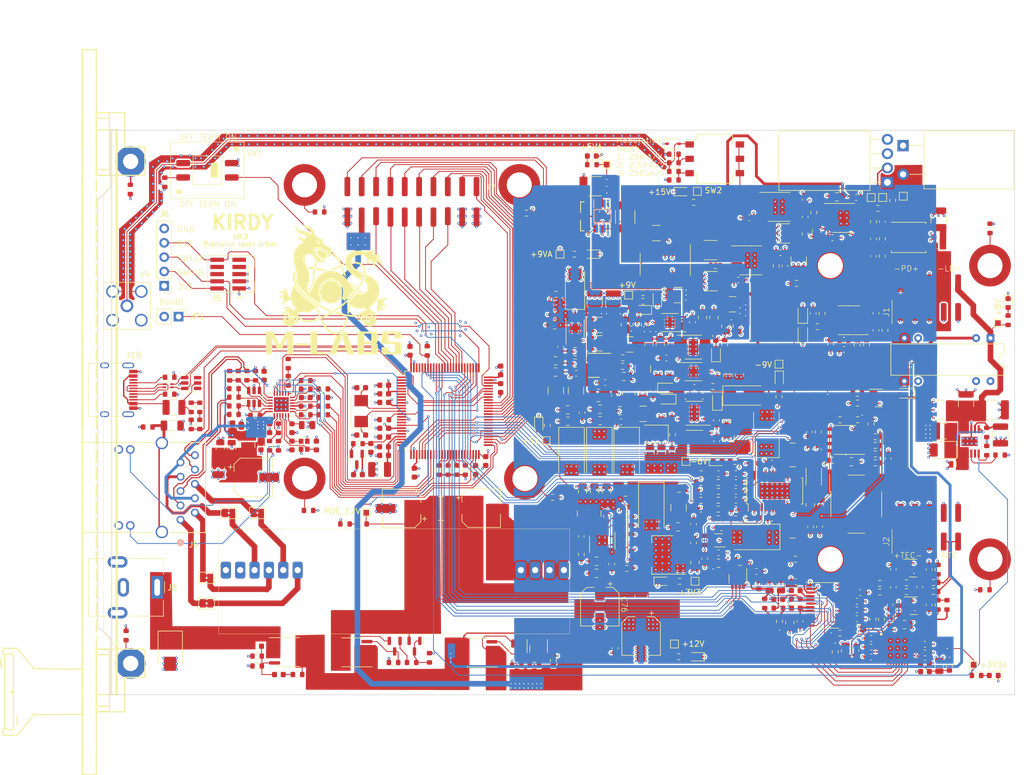
<source format=kicad_pcb>
(kicad_pcb (version 20221018) (generator pcbnew)

  (general
    (thickness 1.6)
  )

  (paper "A4")
  (layers
    (0 "F.Cu" jumper)
    (1 "In1.Cu" signal)
    (2 "In2.Cu" signal)
    (31 "B.Cu" signal)
    (32 "B.Adhes" user "B.Adhesive")
    (33 "F.Adhes" user "F.Adhesive")
    (34 "B.Paste" user)
    (35 "F.Paste" user)
    (36 "B.SilkS" user "B.Silkscreen")
    (37 "F.SilkS" user "F.Silkscreen")
    (38 "B.Mask" user)
    (39 "F.Mask" user)
    (40 "Dwgs.User" user "User.Drawings")
    (41 "Cmts.User" user "User.Comments")
    (42 "Eco1.User" user "User.Eco1")
    (43 "Eco2.User" user "User.Eco2")
    (44 "Edge.Cuts" user)
    (45 "Margin" user)
    (46 "B.CrtYd" user "B.Courtyard")
    (47 "F.CrtYd" user "F.Courtyard")
    (48 "B.Fab" user)
    (49 "F.Fab" user)
    (50 "User.1" user)
    (51 "User.2" user)
    (52 "User.3" user)
    (53 "User.4" user)
    (54 "User.5" user)
    (55 "User.6" user)
    (56 "User.7" user)
    (57 "User.8" user)
    (58 "User.9" user)
  )

  (setup
    (stackup
      (layer "F.SilkS" (type "Top Silk Screen"))
      (layer "F.Paste" (type "Top Solder Paste"))
      (layer "F.Mask" (type "Top Solder Mask") (thickness 0.01))
      (layer "F.Cu" (type "copper") (thickness 0.035))
      (layer "dielectric 1" (type "core") (thickness 0.48) (material "FR4") (epsilon_r 4.5) (loss_tangent 0.02))
      (layer "In1.Cu" (type "copper") (thickness 0.035))
      (layer "dielectric 2" (type "prepreg") (thickness 0.48) (material "FR4") (epsilon_r 4.5) (loss_tangent 0.02))
      (layer "In2.Cu" (type "copper") (thickness 0.035))
      (layer "dielectric 3" (type "core") (thickness 0.48) (material "FR4") (epsilon_r 4.5) (loss_tangent 0.02))
      (layer "B.Cu" (type "copper") (thickness 0.035))
      (layer "B.Mask" (type "Bottom Solder Mask") (thickness 0.01))
      (layer "B.Paste" (type "Bottom Solder Paste"))
      (layer "B.SilkS" (type "Bottom Silk Screen"))
      (copper_finish "ENIG")
      (dielectric_constraints no)
    )
    (pad_to_mask_clearance 0)
    (pcbplotparams
      (layerselection 0x00010fc_ffffffff)
      (plot_on_all_layers_selection 0x0000000_00000000)
      (disableapertmacros false)
      (usegerberextensions true)
      (usegerberattributes false)
      (usegerberadvancedattributes false)
      (creategerberjobfile true)
      (dashed_line_dash_ratio 12.000000)
      (dashed_line_gap_ratio 3.000000)
      (svgprecision 6)
      (plotframeref false)
      (viasonmask false)
      (mode 1)
      (useauxorigin false)
      (hpglpennumber 1)
      (hpglpenspeed 20)
      (hpglpendiameter 15.000000)
      (dxfpolygonmode true)
      (dxfimperialunits true)
      (dxfusepcbnewfont true)
      (psnegative false)
      (psa4output false)
      (plotreference false)
      (plotvalue false)
      (plotinvisibletext false)
      (sketchpadsonfab false)
      (subtractmaskfromsilk true)
      (outputformat 1)
      (mirror false)
      (drillshape 0)
      (scaleselection 1)
      (outputdirectory "gerbers")
    )
  )

  (net 0 "")
  (net 1 "+5VA")
  (net 2 "GND")
  (net 3 "Net-(U4-OUT)")
  (net 4 "Net-(U5--)")
  (net 5 "Net-(U3-VOUT_F)")
  (net 6 "Net-(C7-Pad2)")
  (net 7 "+9VA")
  (net 8 "-6V")
  (net 9 "+15V")
  (net 10 "Net-(U2-+)")
  (net 11 "Net-(U2--)")
  (net 12 "/MCU/PD_MON")
  (net 13 "Net-(C10-Pad1)")
  (net 14 "Net-(C10-Pad2)")
  (net 15 "Net-(C12-Pad1)")
  (net 16 "+3V3")
  (net 17 "Net-(U5-+)")
  (net 18 "Net-(Q2-G)")
  (net 19 "/MCU/VREF")
  (net 20 "+12V")
  (net 21 "Net-(C17-Pad2)")
  (net 22 "Net-(C24-Pad1)")
  (net 23 "Net-(C24-Pad2)")
  (net 24 "Net-(C27-Pad1)")
  (net 25 "/driveStage/PD_C")
  (net 26 "Net-(U7B-+)")
  (net 27 "-9V")
  (net 28 "IN")
  (net 29 "Net-(U9-VCAP_1)")
  (net 30 "Net-(U9-VCAP_2)")
  (net 31 "Net-(U9-PH0)")
  (net 32 "Net-(U9-PH1)")
  (net 33 "Net-(C51-Pad1)")
  (net 34 "/MCU/VDDA")
  (net 35 "Net-(U12-PGFB)")
  (net 36 "Net-(D5-A)")
  (net 37 "Net-(C81-Pad1)")
  (net 38 "Net-(D13-K)")
  (net 39 "Net-(U16-C+)")
  (net 40 "+9V")
  (net 41 "+8V")
  (net 42 "+3.3VA")
  (net 43 "/thermostat/DAC_REF")
  (net 44 "Net-(U16-C-)")
  (net 45 "Net-(D7-A)")
  (net 46 "Net-(D14-K)")
  (net 47 "/thermostat/MAXV")
  (net 48 "/thermostat/MAXIP")
  (net 49 "/thermostat/MAXIN")
  (net 50 "Net-(U11-EN{slash}UV)")
  (net 51 "Net-(U17-EN{slash}UV)")
  (net 52 "Net-(U13-EN{slash}UV)")
  (net 53 "/MCU/TEC_ISEN")
  (net 54 "Net-(U15-EN{slash}UV)")
  (net 55 "/thermostat/TEC_VREF")
  (net 56 "Net-(U14-EN{slash}UV)")
  (net 57 "Net-(U11-SET)")
  (net 58 "Net-(U17-SET)")
  (net 59 "+5V")
  (net 60 "Net-(U12-SET)")
  (net 61 "Net-(U13-SET)")
  (net 62 "Net-(U14-SET)")
  (net 63 "Net-(U15-SET)")
  (net 64 "Net-(C119-Pad1)")
  (net 65 "Net-(U19-CS)")
  (net 66 "Net-(U19-CTLI)")
  (net 67 "Net-(U19-OS2)")
  (net 68 "Net-(U19-COMP)")
  (net 69 "Net-(C132-Pad1)")
  (net 70 "Net-(U21-+)")
  (net 71 "Net-(C144-Pad2)")
  (net 72 "Net-(C145-Pad2)")
  (net 73 "/Ehternet/AVDDT_PHY")
  (net 74 "/Ehternet/ETH_SHIELD")
  (net 75 "Net-(U22-REFOUT)")
  (net 76 "Net-(C151-Pad2)")
  (net 77 "/MCU/RST")
  (net 78 "Net-(C152-Pad2)")
  (net 79 "/thermostat/TEC+")
  (net 80 "/thermostat/TEC-")
  (net 81 "Net-(U22-REGCAPD)")
  (net 82 "/MCU/USB_DP")
  (net 83 "/MCU/USB_DN")
  (net 84 "/MCU/SWDIO")
  (net 85 "/MCU/SWCLK")
  (net 86 "Net-(U22-REGCAPA)")
  (net 87 "/digital supply/+12V_Barrel_Jack")
  (net 88 "Net-(Q4-G)")
  (net 89 "Net-(U23-REGCAPA)")
  (net 90 "Net-(U23-REGCAPD)")
  (net 91 "Net-(Q3-G)")
  (net 92 "Net-(C176-Pad2)")
  (net 93 "Net-(C177-Pad1)")
  (net 94 "/driveStage/LD-")
  (net 95 "/thermostat/NTC+")
  (net 96 "/thermostat/NTC-")
  (net 97 "Net-(U26-BOOT)")
  (net 98 "Net-(C181-Pad2)")
  (net 99 "Net-(U26-VIN)")
  (net 100 "Net-(U25-VI)")
  (net 101 "Net-(FL2-Pad4)")
  (net 102 "Net-(FL2-Pad1)")
  (net 103 "Net-(C194-Pad1)")
  (net 104 "/MCU/PWM_MAXV")
  (net 105 "/MCU/PWM_MAXIP")
  (net 106 "/MCU/PWM_MAXIN")
  (net 107 "Net-(U26-SS{slash}TR)")
  (net 108 "Net-(U26-COMP)")
  (net 109 "Net-(C199-Pad1)")
  (net 110 "/MCU/TEC_VSEN")
  (net 111 "/Ehternet/POE_VC2-")
  (net 112 "/Ehternet/POE_VC1-")
  (net 113 "/MCU/POE_PWR_SRC")
  (net 114 "/Ehternet/RMII_RXD0")
  (net 115 "/Ehternet/POE_VC2+")
  (net 116 "/Ehternet/RMII_RXD1")
  (net 117 "/Ehternet/POE_VC1+")
  (net 118 "/Ehternet/RMII_CRS_DV")
  (net 119 "/Ehternet/RMII_REF_CLK")
  (net 120 "/Ehternet/RMII_MDIO")
  (net 121 "Net-(J9-Pad11)")
  (net 122 "/Ehternet/ETH_LED_1")
  (net 123 "Net-(J9-Pad13)")
  (net 124 "/Ehternet/PHY_TD_P")
  (net 125 "/Ehternet/PHY_TD_N")
  (net 126 "/Ehternet/PHY_RD_P")
  (net 127 "/Ehternet/PHY_RD_N")
  (net 128 "/Ehternet/ETH_LED_2")
  (net 129 "unconnected-(J10-SBU2-PadB8)")
  (net 130 "Net-(J10-CC2)")
  (net 131 "/MCU/USB_VBUS")
  (net 132 "/MCU/LDAC_LOAD")
  (net 133 "/MCU/LDAC_CLK")
  (net 134 "/MCU/LDAC_MOSI")
  (net 135 "/MCU/LDAC_CS")
  (net 136 "/MCU/TADC_SYNC")
  (net 137 "/MCU/TADC_MISO")
  (net 138 "/MCU/TDAC_MOSI")
  (net 139 "/MCU/TADC_CLK")
  (net 140 "/MCU/TDAC_CLK")
  (net 141 "/MCU/TADC_CS")
  (net 142 "/MCU/TDAC_SYNC")
  (net 143 "/MCU/TADC_MOSI")
  (net 144 "unconnected-(J10-SBU1-PadA8)")
  (net 145 "Net-(J10-CC1)")
  (net 146 "Net-(JP1-A)")
  (net 147 "Net-(JP2-B)")
  (net 148 "Net-(JP3-B)")
  (net 149 "Net-(JP4-B)")
  (net 150 "Net-(JP5-B)")
  (net 151 "Net-(U28-VDDCR)")
  (net 152 "Net-(Q9-E)")
  (net 153 "Net-(Q1-G)")
  (net 154 "Net-(Q2-S-Pad1)")
  (net 155 "Net-(U28-XTAL2)")
  (net 156 "Net-(Q5-G)")
  (net 157 "/Ehternet/RMII_MDC")
  (net 158 "/Ehternet/PHY_NRST")
  (net 159 "Net-(Q6-B)")
  (net 160 "Net-(Q7-B)")
  (net 161 "Net-(U28-XTAL1)")
  (net 162 "Net-(Q9-B)")
  (net 163 "Net-(D1-A)")
  (net 164 "/Ehternet/RMII_TX_EN")
  (net 165 "/Ehternet/RMII_TXD0")
  (net 166 "/Ehternet/RMII_TXD1")
  (net 167 "Net-(D2-A2)")
  (net 168 "Net-(D6-A)")
  (net 169 "Net-(D8-A)")
  (net 170 "Net-(D9-A)")
  (net 171 "Net-(D10-A)")
  (net 172 "Net-(FB10-Pad1)")
  (net 173 "Net-(U29-VBUS)")
  (net 174 "Net-(U19-OS1)")
  (net 175 "unconnected-(J5-Pin_6-Pad6)")
  (net 176 "Net-(U10-SET)")
  (net 177 "unconnected-(J5-Pin_7-Pad7)")
  (net 178 "Net-(U20B--)")
  (net 179 "unconnected-(J5-Pin_8-Pad8)")
  (net 180 "unconnected-(J5-Pin_9-Pad9)")
  (net 181 "Net-(L5-Pad1)")
  (net 182 "Net-(L6-Pad1)")
  (net 183 "unconnected-(K1-Pad14)")
  (net 184 "Net-(U20A-+)")
  (net 185 "Net-(U20A--)")
  (net 186 "Net-(Q8-B)")
  (net 187 "Net-(R10-Pad2)")
  (net 188 "Net-(R11-Pad2)")
  (net 189 "Net-(U1--)")
  (net 190 "Net-(R24-Pad2)")
  (net 191 "unconnected-(R24-Pad3)")
  (net 192 "Net-(U7B--)")
  (net 193 "Net-(U8-OUT)")
  (net 194 "Net-(U9-PE8)")
  (net 195 "Net-(U9-PE9)")
  (net 196 "Net-(U9-PE10)")
  (net 197 "Net-(U9-PE11)")
  (net 198 "Net-(R42-Pad1)")
  (net 199 "Net-(U12-ILIM)")
  (net 200 "Net-(U18-VFB)")
  (net 201 "Net-(R74-Pad2)")
  (net 202 "Net-(U21--)")
  (net 203 "Net-(U22-AIN0)")
  (net 204 "Net-(U22-AIN1)")
  (net 205 "Net-(U23-AIN0{slash}REF2-)")
  (net 206 "Net-(U23-AIN1{slash}REF2+)")
  (net 207 "/MCU/LD_EN")
  (net 208 "Net-(U26-EN)")
  (net 209 "Net-(U26-VSENSE)")
  (net 210 "Net-(U26-RT{slash}CLK)")
  (net 211 "Net-(U28-RXD0)")
  (net 212 "/MCU/TEC_~{SHDN}")
  (net 213 "/MCU/~{LD_SHORT}")
  (net 214 "Net-(U28-RXD1)")
  (net 215 "Net-(U28-CRS_DV)")
  (net 216 "Net-(U28-nINT)")
  (net 217 "Net-(U28-RXER)")
  (net 218 "Net-(U28-RBIAS)")
  (net 219 "Net-(R140-Pad2)")
  (net 220 "Net-(R141-Pad1)")
  (net 221 "Net-(U1-+)")
  (net 222 "Net-(U3-VOUT_S)")
  (net 223 "unconnected-(U4-RFB-Pad1)")
  (net 224 "12Vin")
  (net 225 "unconnected-(U4-NC-Pad9)")
  (net 226 "unconnected-(U4-INV-Pad13)")
  (net 227 "unconnected-(U9-PE2-Pad1)")
  (net 228 "unconnected-(U9-PE3-Pad2)")
  (net 229 "unconnected-(U9-PE4-Pad3)")
  (net 230 "unconnected-(U10-ILIM-Pad5)")
  (net 231 "unconnected-(U11-PG-Pad4)")
  (net 232 "unconnected-(U12-PG-Pad5)")
  (net 233 "unconnected-(U9-PE5-Pad4)")
  (net 234 "unconnected-(U9-PE6-Pad5)")
  (net 235 "unconnected-(U14-PG-Pad4)")
  (net 236 "unconnected-(U15-PG-Pad4)")
  (net 237 "unconnected-(U9-PC13-Pad7)")
  (net 238 "unconnected-(U9-PC14-Pad8)")
  (net 239 "unconnected-(U9-PC15-Pad9)")
  (net 240 "unconnected-(U9-PC0-Pad15)")
  (net 241 "unconnected-(U9-PC2-Pad17)")
  (net 242 "unconnected-(U9-PB2-Pad37)")
  (net 243 "unconnected-(U9-PE7-Pad38)")
  (net 244 "unconnected-(U9-PE12-Pad43)")
  (net 245 "unconnected-(U9-PE13-Pad44)")
  (net 246 "unconnected-(U9-PE14-Pad45)")
  (net 247 "unconnected-(U9-PE15-Pad46)")
  (net 248 "unconnected-(U9-PA8-Pad67)")
  (net 249 "unconnected-(U9-PA10-Pad69)")
  (net 250 "unconnected-(U9-PB9-Pad96)")
  (net 251 "unconnected-(U9-PE0-Pad97)")
  (net 252 "unconnected-(U9-PE1-Pad98)")
  (net 253 "unconnected-(U13-PG-Pad5)")
  (net 254 "unconnected-(U15-VIOC-Pad7)")
  (net 255 "unconnected-(U16-NC-Pad1)")
  (net 256 "unconnected-(U16-NC-Pad3)")
  (net 257 "unconnected-(U16-NC-Pad6)")
  (net 258 "unconnected-(U16-NC-Pad7)")
  (net 259 "unconnected-(U16-NC-Pad12)")
  (net 260 "unconnected-(U17-PG-Pad4)")
  (net 261 "Net-(U19-ITEC)")
  (net 262 "unconnected-(U22-XTAL1-Pad9)")
  (net 263 "unconnected-(U22-XTAL2{slash}CLKIO-Pad10)")
  (net 264 "/Ehternet/RJ45_RD_N")
  (net 265 "/Ehternet/RJ45_RD_P")
  (net 266 "/Ehternet/RJ45_TD_N")
  (net 267 "/Ehternet/RJ45_TD_P")
  (net 268 "/thermostat/ADC1_REF")
  (net 269 "/thermostat/ADC1_A3V3")
  (net 270 "/thermostat/ADC1_D3V3")
  (net 271 "/thermostat/ADC2_D3V3")
  (net 272 "/thermostat/ADC2_A3V3")
  (net 273 "/thermostat/ADC2_REF")
  (net 274 "unconnected-(U22-GPIO0-Pad19)")
  (net 275 "unconnected-(U22-GPIO1-Pad20)")
  (net 276 "Net-(C126-Pad1)")
  (net 277 "unconnected-(U23-DNC-Pad3)")
  (net 278 "unconnected-(U23-PDSW-Pad8)")
  (net 279 "unconnected-(U23-XTAL1-Pad9)")
  (net 280 "unconnected-(U23-XTAL2{slash}CLKIO-Pad10)")
  (net 281 "unconnected-(U23-~{ERROR}-Pad15)")
  (net 282 "unconnected-(U23-GPIO0-Pad20)")
  (net 283 "unconnected-(U23-GPIO1-Pad21)")
  (net 284 "unconnected-(U23-GPIO2-Pad22)")
  (net 285 "unconnected-(U23-AIN2-Pad23)")
  (net 286 "Net-(C208-Pad1)")
  (net 287 "Net-(R7-Pad2)")
  (net 288 "unconnected-(U23-AIN3-Pad24)")
  (net 289 "unconnected-(U23-AIN4-Pad25)")
  (net 290 "unconnected-(U23-AIN5-Pad26)")
  (net 291 "unconnected-(U23-AIN6-Pad27)")
  (net 292 "unconnected-(U23-AIN7-Pad28)")
  (net 293 "unconnected-(U23-AIN8-Pad29)")
  (net 294 "/MCU/TERM_STAT")
  (net 295 "Net-(MH1-Pad1)")
  (net 296 "Net-(MH1-Pad2)")
  (net 297 "/thermostat/TEC_REF")
  (net 298 "Net-(D12-A)")
  (net 299 "Net-(D13-A)")
  (net 300 "unconnected-(U23-GPO3-Pad30)")
  (net 301 "Net-(D15-A)")
  (net 302 "unconnected-(U24-NC-Pad1)")
  (net 303 "unconnected-(U24-NC-Pad2)")
  (net 304 "unconnected-(U26-PWRGD-Pad14)")
  (net 305 "Net-(D19-A)")
  (net 306 "Net-(D20-A)")
  (net 307 "Net-(D21-A)")
  (net 308 "Net-(D11-A)")
  (net 309 "/digital supply/POE_12V")
  (net 310 "unconnected-(U29-I{slash}O3-Pad4)")
  (net 311 "unconnected-(U29-I{slash}O4-Pad6)")
  (net 312 "Net-(H2-Pad1)")
  (net 313 "Net-(H1-Pad1)")
  (net 314 "Net-(H4-Pad1)")
  (net 315 "Net-(H3-Pad1)")
  (net 316 "Net-(H5-Pad1)")
  (net 317 "Net-(H6-Pad1)")
  (net 318 "Net-(H7-Pad1)")
  (net 319 "Net-(H8-Pad1)")
  (net 320 "/MCU/PC9")
  (net 321 "/MCU/PC8")
  (net 322 "/MCU/PC7")
  (net 323 "/MCU/PD1")
  (net 324 "/MCU/PC6")
  (net 325 "/MCU/PD2")
  (net 326 "/MCU/PD15")
  (net 327 "/MCU/PD3")
  (net 328 "/MCU/PD14")
  (net 329 "/MCU/PD4")
  (net 330 "/MCU/PD13")
  (net 331 "/MCU/PD5")
  (net 332 "/MCU/PD12")
  (net 333 "/MCU/PD6")
  (net 334 "/MCU/PD11")
  (net 335 "/MCU/PD10")

  (footprint "Resistor_SMD:R_0603_1608Metric" (layer "F.Cu") (at 34.544 45.8338 180))

  (footprint "Resistor_SMD:R_0603_1608Metric" (layer "F.Cu") (at 56.4434 93.4499 90))

  (footprint "Capacitor_SMD:C_0603_1608Metric" (layer "F.Cu") (at 79.65 38.35 -90))

  (footprint "Capacitor_SMD:C_0603_1608Metric" (layer "F.Cu") (at 34.544 47.3578))

  (footprint "Capacitor_SMD:C_0603_1608Metric" (layer "F.Cu") (at 138.5316 80.9498 90))

  (footprint "Package_TO_SOT_SMD:SOT-23" (layer "F.Cu") (at 50.2882 91.3874 -90))

  (footprint "Capacitor_SMD:C_0805_2012Metric" (layer "F.Cu") (at 103.4288 76.5556 -90))

  (footprint "Inductor_SMD:L_1210_3225Metric" (layer "F.Cu") (at 47.617 60.0964))

  (footprint "Capacitor_SMD:C_0603_1608Metric" (layer "F.Cu") (at 104.4956 63.9706 180))

  (footprint "Resistor_SMD:R_0603_1608Metric" (layer "F.Cu") (at 118.3 47.2 -90))

  (footprint "Resistor_SMD:R_0603_1608Metric" (layer "F.Cu") (at 73.6 14.7 180))

  (footprint "Capacitor_SMD:C_0805_2012Metric" (layer "F.Cu") (at 107.6 76.7))

  (footprint "Capacitor_SMD:C_0603_1608Metric" (layer "F.Cu") (at 137.6328 58.1658 90))

  (footprint "Package_QFP:LQFP-100_14x14mm_P0.5mm" (layer "F.Cu") (at 59.182 49.7798))

  (footprint "Capacitor_SMD:C_0603_1608Metric" (layer "F.Cu") (at 104.4956 67.1332 180))

  (footprint "Resistor_SMD:R_0603_1608Metric" (layer "F.Cu") (at 33.0955 96.414))

  (footprint "Capacitor_SMD:C_0805_2012Metric" (layer "F.Cu") (at 78.75 42.85))

  (footprint "Resistor_SMD:R_0603_1608Metric" (layer "F.Cu") (at 37.6308 47.3578 180))

  (footprint "Inductor_SMD:L_1008_2520Metric" (layer "F.Cu") (at 91.7448 46.6344 -90))

  (footprint "Capacitor_SMD:C_0603_1608Metric" (layer "F.Cu") (at 110.6875 60.8397))

  (footprint "Capacitor_SMD:C_0805_2012Metric" (layer "F.Cu") (at 94.1832 46.3922 -90))

  (footprint "Resistor_SMD:R_0603_1608Metric" (layer "F.Cu") (at 115.7754 83.822 -90))

  (footprint "Resistor_SMD:R_0603_1608Metric" (layer "F.Cu") (at 37.6308 45.8338 180))

  (footprint "Resistor_SMD:R_0603_1608Metric" (layer "F.Cu") (at 129.075 89.1 180))

  (footprint "Resistor_SMD:R_0603_1608Metric" (layer "F.Cu") (at 104.4956 62.3984))

  (footprint "Resistor_SMD:R_0603_1608Metric" (layer "F.Cu") (at 78.36 93.918 90))

  (footprint "Capacitor_SMD:C_0603_1608Metric" (layer "F.Cu") (at 135.0256 22.3134 -90))

  (footprint "Capacitor_SMD:C_0603_1608Metric" (layer "F.Cu") (at 99.3394 50.1786 90))

  (footprint "Diode_SMD:D_SMB" (layer "F.Cu") (at 10.5615 92.364 -90))

  (footprint "Capacitor_SMD:C_0603_1608Metric" (layer "F.Cu") (at 78.8126 32.7046 180))

  (footprint "Resistor_SMD:R_0603_1608Metric" (layer "F.Cu") (at 21.844 50.355))

  (footprint "Resistor_SMD:R_0603_1608Metric" (layer "F.Cu") (at 155.65 17.4 -90))

  (footprint "Resistor_SMD:R_0603_1608Metric" (layer "F.Cu") (at 132.1793 46.6024))

  (footprint "Capacitor_SMD:C_0805_2012Metric" (layer "F.Cu") (at 82.2198 41.2662 180))

  (footprint "Package_SO:SOIC-8-1EP_3.9x4.9mm_P1.27mm_EP2.29x3mm" (layer "F.Cu") (at 118.325 13.585))

  (footprint "Capacitor_SMD:C_0805_2012Metric" (layer "F.Cu") (at 86.0044 76.3524 180))

  (footprint "Package_TO_SOT_SMD:SOT-23-6" (layer "F.Cu") (at 25.4 47.2562 90))

  (footprint "Resistor_SMD:R_0603_1608Metric" (layer "F.Cu") (at 158.85 33.675 -90))

  (footprint "LED_SMD:LED_0603_1608Metric" (layer "F.Cu") (at 96.774 29.718 90))

  (footprint "Connector_BarrelJack:BarrelJack_CUI_PJ-063AH_Horizontal" (layer "F.Cu") (at 8.25 80.9732 -90))

  (footprint "TestPoint:TestPoint_Pad_1.0x1.0mm" (layer "F.Cu") (at 77.1 55 180))

  (footprint "Capacitor_SMD:C_1812_4532Metric" (layer "F.Cu") (at 156.2338 49.5436))

  (footprint "Resistor_SMD:R_0603_1608Metric" (layer "F.Cu") (at 136.144 81.788))

  (footprint "Capacitor_SMD:C_0603_1608Metric" (layer "F.Cu")
    (tstamp 1659fee2-7944-43c5-940b-bd833df9c6f1)
    (at 144.137 91.059)
    (descr "Capacitor SMD 0603 (1608 Metric), square (rectangular) end terminal, IPC_7351 nominal, (Body size source: IPC-SM-782 page 76, https://www.pcb-3d.com/wordpress/wp-content/uploads/ipc-sm-782a_amendment_1_and_2.pdf), generated with kicad-footprint-generator")
    (tags "capacitor")
    (property "MFR_PN" "CL10B105KA8NNNC")
    (property "MFR_PN_ALT" "CGA3E1X7R1E105K080AC")
    (property "Sheetfile" "thermostat.kicad_sch")
    (property "Sheetname" "thermostat")
    (property "dnp" "")
    (property "ki_description" "Unpolarized capacitor")
    (property "ki_keywords" "cap capacitor")
    (path "/bda728c0-b189-4e05-8d4f-58a38acf883b/affb5156-15d1-4ad0-b5c1-8c16048566da")
    (attr smd)
    (fp_text reference "C173" (at 0 -1.43) (layer "F.SilkS") hide
        (effects (font (size 1 1) (thickness 0.15)))
      (tstamp b9472ce7-6b1f-46bf-9cef-9c67931a6a99)
    )
    (fp_text value "1u" (at 0 1.43) (layer "F.Fab")
        (effects (font (size 1 1) (thickness 0.15)))
      (tstamp 9ed96773-f8bc-48d8-a3f9-9de9720dd41e)
    )
    (fp_text user "${REFERENCE}" (at 0 0) (layer "F.Fab")
        (effects (font (size 0.4 0.4) (thickness 0.06)))
      (tstamp 7da7e0e1-a000-475d-8873-a721b845d97e)
    )
    (fp_line (start -0.14058 -0.51) (end 0.14058 -0.51)
      (stroke (width 0.12) (type solid)) (layer "F.SilkS") (tstamp 7732a5e0-ebc5-4382-bb49-b39baed3abed))
    (fp_line (start -0.14058 0.51) (end 0.14058 0.51)
      (stroke (width 0.12) (type solid)) (layer "F.SilkS") (tstamp 5b134ca2-789b-4a64-8182-78cd1ff153bf))
    (fp_line (start -1.48 -0.73) (end 1.48 -0.73)
      (stroke (width 0.05) (type solid)) (layer "F.CrtYd") (tstamp 9ae6f399-8b83-4cd1-8fd6-f09dcb5356e5))
    (fp_line (start -1.48 0.73) (end -1.48 -0.73)
      (stroke (width 0.05) (type solid)) (layer "F.CrtYd") (tstamp 2836024b-b326-49fb-b647-0db1d5083f49))
    (fp_line (start 1.48 -0.73) (end 1.48 0.73)
      (stroke (width 0.05) (type solid)) (layer "F.CrtYd") (tstamp 221d4a7f-7660-4251-8ac2-71f81edf8c8d))
    (fp_line (start 1.48 0.73) (end -1.48 0.73)
      (stroke (width 0.05) (type solid)) (layer "F.CrtYd") (tstamp cf0a3d49-36e5-456c-a584-1997f0841408))
    (fp_line (start -0.8 -0.4) (end 0.8 -0.4)
      (stroke (width 0.1) (type solid)) (layer "F.Fab") (tstamp 65792efa-77af-4852-b8b4-bfaadffc03db))
    (fp_line (start -0.8 0.4) (end -0.8 -0.4)
      (stroke (width 0.1) (type solid
... [6098635 chars truncated]
</source>
